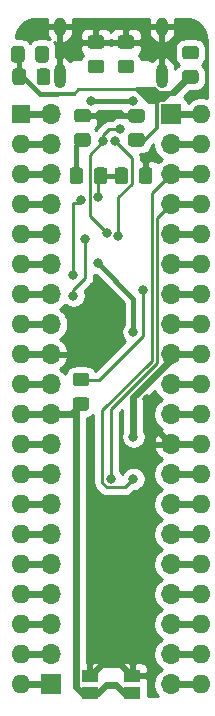
<source format=gbr>
%TF.GenerationSoftware,KiCad,Pcbnew,(5.1.9)-1*%
%TF.CreationDate,2021-04-12T21:57:58+01:00*%
%TF.ProjectId,Propeller_dev_board,50726f70-656c-46c6-9572-5f6465765f62,rev?*%
%TF.SameCoordinates,Original*%
%TF.FileFunction,Copper,L2,Bot*%
%TF.FilePolarity,Positive*%
%FSLAX46Y46*%
G04 Gerber Fmt 4.6, Leading zero omitted, Abs format (unit mm)*
G04 Created by KiCad (PCBNEW (5.1.9)-1) date 2021-04-12 21:57:58*
%MOMM*%
%LPD*%
G01*
G04 APERTURE LIST*
%TA.AperFunction,ComponentPad*%
%ADD10O,1.000000X2.100000*%
%TD*%
%TA.AperFunction,ComponentPad*%
%ADD11O,1.000000X1.600000*%
%TD*%
%TA.AperFunction,ComponentPad*%
%ADD12R,1.700000X1.700000*%
%TD*%
%TA.AperFunction,ComponentPad*%
%ADD13O,1.700000X1.700000*%
%TD*%
%TA.AperFunction,SMDPad,CuDef*%
%ADD14R,1.400000X1.050000*%
%TD*%
%TA.AperFunction,ComponentPad*%
%ADD15R,1.600000X1.600000*%
%TD*%
%TA.AperFunction,ComponentPad*%
%ADD16O,1.600000X1.600000*%
%TD*%
%TA.AperFunction,ViaPad*%
%ADD17C,0.800000*%
%TD*%
%TA.AperFunction,Conductor*%
%ADD18C,0.400000*%
%TD*%
%TA.AperFunction,Conductor*%
%ADD19C,0.600000*%
%TD*%
%TA.AperFunction,Conductor*%
%ADD20C,0.300000*%
%TD*%
%TA.AperFunction,Conductor*%
%ADD21C,0.250000*%
%TD*%
%TA.AperFunction,Conductor*%
%ADD22C,0.254000*%
%TD*%
%TA.AperFunction,Conductor*%
%ADD23C,0.100000*%
%TD*%
G04 APERTURE END LIST*
%TO.P,4.7uF,1*%
%TO.N,Net-(RST1-Pad1)*%
%TA.AperFunction,SMDPad,CuDef*%
G36*
G01*
X118929999Y-118415000D02*
X119830001Y-118415000D01*
G75*
G02*
X120080000Y-118664999I0J-249999D01*
G01*
X120080000Y-119315001D01*
G75*
G02*
X119830001Y-119565000I-249999J0D01*
G01*
X118929999Y-119565000D01*
G75*
G02*
X118680000Y-119315001I0J249999D01*
G01*
X118680000Y-118664999D01*
G75*
G02*
X118929999Y-118415000I249999J0D01*
G01*
G37*
%TD.AperFunction*%
%TO.P,4.7uF,2*%
%TO.N,uC_Reset*%
%TA.AperFunction,SMDPad,CuDef*%
G36*
G01*
X118929999Y-120465000D02*
X119830001Y-120465000D01*
G75*
G02*
X120080000Y-120714999I0J-249999D01*
G01*
X120080000Y-121365001D01*
G75*
G02*
X119830001Y-121615000I-249999J0D01*
G01*
X118929999Y-121615000D01*
G75*
G02*
X118680000Y-121365001I0J249999D01*
G01*
X118680000Y-120714999D01*
G75*
G02*
X118929999Y-120465000I249999J0D01*
G01*
G37*
%TD.AperFunction*%
%TD*%
D10*
%TO.P,P1,S1*%
%TO.N,GND*%
X126240000Y-93275000D03*
X117600000Y-93275000D03*
D11*
X126240000Y-89095000D03*
X117600000Y-89095000D03*
%TD*%
%TO.P,4.7uF,2*%
%TO.N,+3V3*%
%TA.AperFunction,SMDPad,CuDef*%
G36*
G01*
X123628999Y-98122000D02*
X124529001Y-98122000D01*
G75*
G02*
X124779000Y-98371999I0J-249999D01*
G01*
X124779000Y-99022001D01*
G75*
G02*
X124529001Y-99272000I-249999J0D01*
G01*
X123628999Y-99272000D01*
G75*
G02*
X123379000Y-99022001I0J249999D01*
G01*
X123379000Y-98371999D01*
G75*
G02*
X123628999Y-98122000I249999J0D01*
G01*
G37*
%TD.AperFunction*%
%TO.P,4.7uF,1*%
%TO.N,GND*%
%TA.AperFunction,SMDPad,CuDef*%
G36*
G01*
X123628999Y-96072000D02*
X124529001Y-96072000D01*
G75*
G02*
X124779000Y-96321999I0J-249999D01*
G01*
X124779000Y-96972001D01*
G75*
G02*
X124529001Y-97222000I-249999J0D01*
G01*
X123628999Y-97222000D01*
G75*
G02*
X123379000Y-96972001I0J249999D01*
G01*
X123379000Y-96321999D01*
G75*
G02*
X123628999Y-96072000I249999J0D01*
G01*
G37*
%TD.AperFunction*%
%TD*%
%TO.P,4.7uF,1*%
%TO.N,GND*%
%TA.AperFunction,SMDPad,CuDef*%
G36*
G01*
X119056999Y-96063000D02*
X119957001Y-96063000D01*
G75*
G02*
X120207000Y-96312999I0J-249999D01*
G01*
X120207000Y-96963001D01*
G75*
G02*
X119957001Y-97213000I-249999J0D01*
G01*
X119056999Y-97213000D01*
G75*
G02*
X118807000Y-96963001I0J249999D01*
G01*
X118807000Y-96312999D01*
G75*
G02*
X119056999Y-96063000I249999J0D01*
G01*
G37*
%TD.AperFunction*%
%TO.P,4.7uF,2*%
%TO.N,+5V*%
%TA.AperFunction,SMDPad,CuDef*%
G36*
G01*
X119056999Y-98113000D02*
X119957001Y-98113000D01*
G75*
G02*
X120207000Y-98362999I0J-249999D01*
G01*
X120207000Y-99013001D01*
G75*
G02*
X119957001Y-99263000I-249999J0D01*
G01*
X119056999Y-99263000D01*
G75*
G02*
X118807000Y-99013001I0J249999D01*
G01*
X118807000Y-98362999D01*
G75*
G02*
X119056999Y-98113000I249999J0D01*
G01*
G37*
%TD.AperFunction*%
%TD*%
%TO.P,5.1K,1*%
%TO.N,GND*%
%TA.AperFunction,SMDPad,CuDef*%
G36*
G01*
X120199999Y-89840000D02*
X121100001Y-89840000D01*
G75*
G02*
X121350000Y-90089999I0J-249999D01*
G01*
X121350000Y-90740001D01*
G75*
G02*
X121100001Y-90990000I-249999J0D01*
G01*
X120199999Y-90990000D01*
G75*
G02*
X119950000Y-90740001I0J249999D01*
G01*
X119950000Y-90089999D01*
G75*
G02*
X120199999Y-89840000I249999J0D01*
G01*
G37*
%TD.AperFunction*%
%TO.P,5.1K,2*%
%TO.N,Net-(P1-PadB5)*%
%TA.AperFunction,SMDPad,CuDef*%
G36*
G01*
X120199999Y-91890000D02*
X121100001Y-91890000D01*
G75*
G02*
X121350000Y-92139999I0J-249999D01*
G01*
X121350000Y-92790001D01*
G75*
G02*
X121100001Y-93040000I-249999J0D01*
G01*
X120199999Y-93040000D01*
G75*
G02*
X119950000Y-92790001I0J249999D01*
G01*
X119950000Y-92139999D01*
G75*
G02*
X120199999Y-91890000I249999J0D01*
G01*
G37*
%TD.AperFunction*%
%TD*%
%TO.P,5.1K,1*%
%TO.N,GND*%
%TA.AperFunction,SMDPad,CuDef*%
G36*
G01*
X122739999Y-89840000D02*
X123640001Y-89840000D01*
G75*
G02*
X123890000Y-90089999I0J-249999D01*
G01*
X123890000Y-90740001D01*
G75*
G02*
X123640001Y-90990000I-249999J0D01*
G01*
X122739999Y-90990000D01*
G75*
G02*
X122490000Y-90740001I0J249999D01*
G01*
X122490000Y-90089999D01*
G75*
G02*
X122739999Y-89840000I249999J0D01*
G01*
G37*
%TD.AperFunction*%
%TO.P,5.1K,2*%
%TO.N,Net-(P1-PadA5)*%
%TA.AperFunction,SMDPad,CuDef*%
G36*
G01*
X122739999Y-91890000D02*
X123640001Y-91890000D01*
G75*
G02*
X123890000Y-92139999I0J-249999D01*
G01*
X123890000Y-92790001D01*
G75*
G02*
X123640001Y-93040000I-249999J0D01*
G01*
X122739999Y-93040000D01*
G75*
G02*
X122490000Y-92790001I0J249999D01*
G01*
X122490000Y-92139999D01*
G75*
G02*
X122739999Y-91890000I249999J0D01*
G01*
G37*
%TD.AperFunction*%
%TD*%
%TO.P,470R,1*%
%TO.N,+3V3*%
%TA.AperFunction,SMDPad,CuDef*%
G36*
G01*
X129101450Y-93929000D02*
X128200550Y-93929000D01*
G75*
G02*
X127951000Y-93679450I0J249550D01*
G01*
X127951000Y-93028550D01*
G75*
G02*
X128200550Y-92779000I249550J0D01*
G01*
X129101450Y-92779000D01*
G75*
G02*
X129351000Y-93028550I0J-249550D01*
G01*
X129351000Y-93679450D01*
G75*
G02*
X129101450Y-93929000I-249550J0D01*
G01*
G37*
%TD.AperFunction*%
%TO.P,470R,2*%
%TO.N,Net-(D1-Pad2)*%
%TA.AperFunction,SMDPad,CuDef*%
G36*
G01*
X129101001Y-91879000D02*
X128200999Y-91879000D01*
G75*
G02*
X127951000Y-91629001I0J249999D01*
G01*
X127951000Y-90978999D01*
G75*
G02*
X128200999Y-90729000I249999J0D01*
G01*
X129101001Y-90729000D01*
G75*
G02*
X129351000Y-90978999I0J-249999D01*
G01*
X129351000Y-91629001D01*
G75*
G02*
X129101001Y-91879000I-249999J0D01*
G01*
G37*
%TD.AperFunction*%
%TD*%
%TO.P,VBUS1,2*%
%TO.N,Net-(U1-Pad8)*%
%TA.AperFunction,SMDPad,CuDef*%
G36*
G01*
X120465000Y-102177001D02*
X120465000Y-101276999D01*
G75*
G02*
X120714999Y-101027000I249999J0D01*
G01*
X121365001Y-101027000D01*
G75*
G02*
X121615000Y-101276999I0J-249999D01*
G01*
X121615000Y-102177001D01*
G75*
G02*
X121365001Y-102427000I-249999J0D01*
G01*
X120714999Y-102427000D01*
G75*
G02*
X120465000Y-102177001I0J249999D01*
G01*
G37*
%TD.AperFunction*%
%TO.P,VBUS1,1*%
%TO.N,+5V*%
%TA.AperFunction,SMDPad,CuDef*%
G36*
G01*
X118415000Y-102177001D02*
X118415000Y-101276999D01*
G75*
G02*
X118664999Y-101027000I249999J0D01*
G01*
X119315001Y-101027000D01*
G75*
G02*
X119565000Y-101276999I0J-249999D01*
G01*
X119565000Y-102177001D01*
G75*
G02*
X119315001Y-102427000I-249999J0D01*
G01*
X118664999Y-102427000D01*
G75*
G02*
X118415000Y-102177001I0J249999D01*
G01*
G37*
%TD.AperFunction*%
%TD*%
%TO.P,VBUS2,1*%
%TO.N,Net-(U1-Pad8)*%
%TA.AperFunction,SMDPad,CuDef*%
G36*
G01*
X122234000Y-102177001D02*
X122234000Y-101276999D01*
G75*
G02*
X122483999Y-101027000I249999J0D01*
G01*
X123134001Y-101027000D01*
G75*
G02*
X123384000Y-101276999I0J-249999D01*
G01*
X123384000Y-102177001D01*
G75*
G02*
X123134001Y-102427000I-249999J0D01*
G01*
X122483999Y-102427000D01*
G75*
G02*
X122234000Y-102177001I0J249999D01*
G01*
G37*
%TD.AperFunction*%
%TO.P,VBUS2,2*%
%TO.N,GND*%
%TA.AperFunction,SMDPad,CuDef*%
G36*
G01*
X124284000Y-102177001D02*
X124284000Y-101276999D01*
G75*
G02*
X124533999Y-101027000I249999J0D01*
G01*
X125184001Y-101027000D01*
G75*
G02*
X125434000Y-101276999I0J-249999D01*
G01*
X125434000Y-102177001D01*
G75*
G02*
X125184001Y-102427000I-249999J0D01*
G01*
X124533999Y-102427000D01*
G75*
G02*
X124284000Y-102177001I0J249999D01*
G01*
G37*
%TD.AperFunction*%
%TD*%
%TO.P,Rx_res1,2*%
%TO.N,Net-(R_LED1-Pad2)*%
%TA.AperFunction,SMDPad,CuDef*%
G36*
G01*
X115512000Y-91890001D02*
X115512000Y-90989999D01*
G75*
G02*
X115761999Y-90740000I249999J0D01*
G01*
X116412001Y-90740000D01*
G75*
G02*
X116662000Y-90989999I0J-249999D01*
G01*
X116662000Y-91890001D01*
G75*
G02*
X116412001Y-92140000I-249999J0D01*
G01*
X115761999Y-92140000D01*
G75*
G02*
X115512000Y-91890001I0J249999D01*
G01*
G37*
%TD.AperFunction*%
%TO.P,Rx_res1,1*%
%TO.N,+3V3*%
%TA.AperFunction,SMDPad,CuDef*%
G36*
G01*
X113462000Y-91890001D02*
X113462000Y-90989999D01*
G75*
G02*
X113711999Y-90740000I249999J0D01*
G01*
X114362001Y-90740000D01*
G75*
G02*
X114612000Y-90989999I0J-249999D01*
G01*
X114612000Y-91890001D01*
G75*
G02*
X114362001Y-92140000I-249999J0D01*
G01*
X113711999Y-92140000D01*
G75*
G02*
X113462000Y-91890001I0J249999D01*
G01*
G37*
%TD.AperFunction*%
%TD*%
%TO.P,Tx_res1,1*%
%TO.N,Net-(T_LED1-Pad2)*%
%TA.AperFunction,SMDPad,CuDef*%
G36*
G01*
X116780000Y-92894999D02*
X116780000Y-93795001D01*
G75*
G02*
X116530001Y-94045000I-249999J0D01*
G01*
X115879999Y-94045000D01*
G75*
G02*
X115630000Y-93795001I0J249999D01*
G01*
X115630000Y-92894999D01*
G75*
G02*
X115879999Y-92645000I249999J0D01*
G01*
X116530001Y-92645000D01*
G75*
G02*
X116780000Y-92894999I0J-249999D01*
G01*
G37*
%TD.AperFunction*%
%TO.P,Tx_res1,2*%
%TO.N,+3V3*%
%TA.AperFunction,SMDPad,CuDef*%
G36*
G01*
X114730000Y-92894999D02*
X114730000Y-93795001D01*
G75*
G02*
X114480001Y-94045000I-249999J0D01*
G01*
X113829999Y-94045000D01*
G75*
G02*
X113580000Y-93795001I0J249999D01*
G01*
X113580000Y-92894999D01*
G75*
G02*
X113829999Y-92645000I249999J0D01*
G01*
X114480001Y-92645000D01*
G75*
G02*
X114730000Y-92894999I0J-249999D01*
G01*
G37*
%TD.AperFunction*%
%TD*%
D12*
%TO.P,J1,1*%
%TO.N,P15*%
X116840000Y-144780000D03*
D13*
%TO.P,J1,2*%
%TO.N,P14*%
X116840000Y-142240000D03*
%TO.P,J1,3*%
%TO.N,P13*%
X116840000Y-139700000D03*
%TO.P,J1,4*%
%TO.N,P12*%
X116840000Y-137160000D03*
%TO.P,J1,5*%
%TO.N,P11*%
X116840000Y-134620000D03*
%TO.P,J1,6*%
%TO.N,P10*%
X116840000Y-132080000D03*
%TO.P,J1,7*%
%TO.N,P9*%
X116840000Y-129540000D03*
%TO.P,J1,8*%
%TO.N,P8*%
X116840000Y-127000000D03*
%TO.P,J1,9*%
%TO.N,+3V3*%
X116840000Y-124460000D03*
%TO.P,J1,10*%
%TO.N,uC_Reset*%
X116840000Y-121920000D03*
%TO.P,J1,11*%
%TO.N,BOE*%
X116840000Y-119380000D03*
%TO.P,J1,12*%
%TO.N,GND*%
X116840000Y-116840000D03*
%TO.P,J1,13*%
%TO.N,P7*%
X116840000Y-114300000D03*
%TO.P,J1,14*%
%TO.N,P6*%
X116840000Y-111760000D03*
%TO.P,J1,15*%
%TO.N,P5*%
X116840000Y-109220000D03*
%TO.P,J1,16*%
%TO.N,P4*%
X116840000Y-106680000D03*
%TO.P,J1,17*%
%TO.N,P3*%
X116840000Y-104140000D03*
%TO.P,J1,18*%
%TO.N,P2*%
X116840000Y-101600000D03*
%TO.P,J1,19*%
%TO.N,P1*%
X116840000Y-99060000D03*
%TO.P,J1,20*%
%TO.N,P0*%
X116840000Y-96520000D03*
%TD*%
%TO.P,J2,20*%
%TO.N,P16*%
X127000000Y-144780000D03*
%TO.P,J2,19*%
%TO.N,P17*%
X127000000Y-142240000D03*
%TO.P,J2,18*%
%TO.N,P18*%
X127000000Y-139700000D03*
%TO.P,J2,17*%
%TO.N,P19*%
X127000000Y-137160000D03*
%TO.P,J2,16*%
%TO.N,P20*%
X127000000Y-134620000D03*
%TO.P,J2,15*%
%TO.N,P21*%
X127000000Y-132080000D03*
%TO.P,J2,14*%
%TO.N,P22*%
X127000000Y-129540000D03*
%TO.P,J2,13*%
%TO.N,P23*%
X127000000Y-127000000D03*
%TO.P,J2,12*%
%TO.N,GND*%
X127000000Y-124460000D03*
%TO.P,J2,11*%
%TO.N,XI*%
X127000000Y-121920000D03*
%TO.P,J2,10*%
%TO.N,XO*%
X127000000Y-119380000D03*
%TO.P,J2,9*%
%TO.N,+3V3*%
X127000000Y-116840000D03*
%TO.P,J2,8*%
%TO.N,P24*%
X127000000Y-114300000D03*
%TO.P,J2,7*%
%TO.N,P25*%
X127000000Y-111760000D03*
%TO.P,J2,6*%
%TO.N,P26*%
X127000000Y-109220000D03*
%TO.P,J2,5*%
%TO.N,P27*%
X127000000Y-106680000D03*
%TO.P,J2,4*%
%TO.N,SCL*%
X127000000Y-104140000D03*
%TO.P,J2,3*%
%TO.N,SDA*%
X127000000Y-101600000D03*
%TO.P,J2,2*%
%TO.N,uC_Tx*%
X127000000Y-99060000D03*
D12*
%TO.P,J2,1*%
%TO.N,uC_Rx*%
X127000000Y-96520000D03*
%TD*%
D14*
%TO.P,SW1,1*%
%TO.N,GND*%
X120120000Y-144060000D03*
X123720000Y-144060000D03*
%TO.P,SW1,2*%
%TO.N,uC_Reset*%
X120120000Y-145500000D03*
X123720000Y-145500000D03*
%TD*%
D15*
%TO.P,U3,1*%
%TO.N,P0*%
X114300000Y-96520000D03*
D16*
%TO.P,U3,21*%
%TO.N,P16*%
X129540000Y-144780000D03*
%TO.P,U3,2*%
%TO.N,P1*%
X114300000Y-99060000D03*
%TO.P,U3,22*%
%TO.N,P17*%
X129540000Y-142240000D03*
%TO.P,U3,3*%
%TO.N,P2*%
X114300000Y-101600000D03*
%TO.P,U3,23*%
%TO.N,P18*%
X129540000Y-139700000D03*
%TO.P,U3,4*%
%TO.N,P3*%
X114300000Y-104140000D03*
%TO.P,U3,24*%
%TO.N,P19*%
X129540000Y-137160000D03*
%TO.P,U3,5*%
%TO.N,P4*%
X114300000Y-106680000D03*
%TO.P,U3,25*%
%TO.N,P20*%
X129540000Y-134620000D03*
%TO.P,U3,6*%
%TO.N,P5*%
X114300000Y-109220000D03*
%TO.P,U3,26*%
%TO.N,P21*%
X129540000Y-132080000D03*
%TO.P,U3,7*%
%TO.N,P6*%
X114300000Y-111760000D03*
%TO.P,U3,27*%
%TO.N,P22*%
X129540000Y-129540000D03*
%TO.P,U3,8*%
%TO.N,P7*%
X114300000Y-114300000D03*
%TO.P,U3,28*%
%TO.N,P23*%
X129540000Y-127000000D03*
%TO.P,U3,9*%
%TO.N,GND*%
X114300000Y-116840000D03*
%TO.P,U3,29*%
X129540000Y-124460000D03*
%TO.P,U3,10*%
%TO.N,BOE*%
X114300000Y-119380000D03*
%TO.P,U3,30*%
%TO.N,XI*%
X129540000Y-121920000D03*
%TO.P,U3,11*%
%TO.N,uC_Reset*%
X114300000Y-121920000D03*
%TO.P,U3,31*%
%TO.N,XO*%
X129540000Y-119380000D03*
%TO.P,U3,12*%
%TO.N,+3V3*%
X114300000Y-124460000D03*
%TO.P,U3,32*%
X129540000Y-116840000D03*
%TO.P,U3,13*%
%TO.N,P8*%
X114300000Y-127000000D03*
%TO.P,U3,33*%
%TO.N,P24*%
X129540000Y-114300000D03*
%TO.P,U3,14*%
%TO.N,P9*%
X114300000Y-129540000D03*
%TO.P,U3,34*%
%TO.N,P25*%
X129540000Y-111760000D03*
%TO.P,U3,15*%
%TO.N,P10*%
X114300000Y-132080000D03*
%TO.P,U3,35*%
%TO.N,P26*%
X129540000Y-109220000D03*
%TO.P,U3,16*%
%TO.N,P11*%
X114300000Y-134620000D03*
%TO.P,U3,36*%
%TO.N,P27*%
X129540000Y-106680000D03*
%TO.P,U3,17*%
%TO.N,P12*%
X114300000Y-137160000D03*
%TO.P,U3,37*%
%TO.N,SCL*%
X129540000Y-104140000D03*
%TO.P,U3,18*%
%TO.N,P13*%
X114300000Y-139700000D03*
%TO.P,U3,38*%
%TO.N,SDA*%
X129540000Y-101600000D03*
%TO.P,U3,19*%
%TO.N,P14*%
X114300000Y-142240000D03*
%TO.P,U3,39*%
%TO.N,uC_Tx*%
X129540000Y-99060000D03*
%TO.P,U3,20*%
%TO.N,P15*%
X114300000Y-144780000D03*
%TO.P,U3,40*%
%TO.N,uC_Rx*%
X129540000Y-96520000D03*
%TD*%
D17*
%TO.N,+5V*%
X119507000Y-98688000D03*
X123825000Y-95377000D03*
X120269000Y-95377000D03*
%TO.N,GND*%
X124968000Y-120650000D03*
X120015000Y-115809000D03*
X121285000Y-137795000D03*
X123190000Y-90415000D03*
X120650000Y-90415000D03*
X121031000Y-112141000D03*
X119507000Y-96638000D03*
X124079000Y-96647000D03*
X124859000Y-101727000D03*
%TO.N,+3V3*%
X123825000Y-123825000D03*
X124079000Y-98697000D03*
X123825000Y-114935000D03*
X120811010Y-109127010D03*
%TO.N,SCL*%
X121920000Y-127390000D03*
%TO.N,Net-(RST1-Pad1)*%
X124629142Y-111421142D03*
%TO.N,Net-(RSTb_PU1-Pad2)*%
X118745000Y-111887000D03*
X119761000Y-107070000D03*
%TO.N,Net-(U1-Pad8)*%
X118745000Y-110109000D03*
X119414990Y-103759000D03*
X120864990Y-103505000D03*
%TO.N,SDA*%
X123825000Y-127390000D03*
%TO.N,Net-(D1-Pad2)*%
X128651000Y-91313000D03*
%TO.N,Net-(P1-PadB5)*%
X120650000Y-92465000D03*
%TO.N,D-*%
X121285000Y-98818999D03*
X121561010Y-106553000D03*
X122682000Y-97790000D03*
%TO.N,D+*%
X122285003Y-98818999D03*
X122537169Y-106789169D03*
%TO.N,Net-(P1-PadA5)*%
X123190000Y-92465000D03*
%TO.N,Net-(R_LED1-Pad2)*%
X116205000Y-91313000D03*
%TO.N,Net-(T_LED1-Pad2)*%
X116205000Y-93345000D03*
%TD*%
D18*
%TO.N,+5V*%
X118990000Y-99205000D02*
X119507000Y-98688000D01*
X118990000Y-101727000D02*
X118990000Y-99205000D01*
X120269000Y-95377000D02*
X123825000Y-95377000D01*
D19*
%TO.N,GND*%
X127000000Y-124460000D02*
X129540000Y-124460000D01*
X116840000Y-116840000D02*
X114300000Y-116840000D01*
X124968000Y-122428000D02*
X127000000Y-124460000D01*
X124968000Y-120650000D02*
X124968000Y-122428000D01*
X122689999Y-143029999D02*
X123720000Y-144060000D01*
X121150001Y-143029999D02*
X122689999Y-143029999D01*
X120120000Y-144060000D02*
X121150001Y-143029999D01*
D20*
X120120000Y-144060000D02*
X120120000Y-138960000D01*
X120120000Y-138960000D02*
X121285000Y-137795000D01*
D18*
X120650000Y-90415000D02*
X123190000Y-90415000D01*
D21*
X120015000Y-113157000D02*
X121031000Y-112141000D01*
X120015000Y-115809000D02*
X120015000Y-113157000D01*
D19*
%TO.N,+3V3*%
X127000000Y-116840000D02*
X129540000Y-116840000D01*
X116840000Y-124460000D02*
X114300000Y-124460000D01*
X127000000Y-117285998D02*
X127000000Y-116840000D01*
X123825000Y-120460998D02*
X127000000Y-117285998D01*
X123825000Y-123825000D02*
X123825000Y-120460998D01*
D21*
X125646259Y-94397999D02*
X125898270Y-94650010D01*
X118781999Y-94774999D02*
X119158999Y-94397999D01*
X127100990Y-94650010D02*
X128397000Y-93354000D01*
X125898270Y-94650010D02*
X127100990Y-94650010D01*
D20*
X118781999Y-94774999D02*
X117347904Y-94774999D01*
D18*
X114510744Y-93345000D02*
X114155000Y-93345000D01*
X115940743Y-94774999D02*
X114510744Y-93345000D01*
X117347904Y-94774999D02*
X115940743Y-94774999D01*
X114155000Y-91558000D02*
X114037000Y-91440000D01*
X114155000Y-93345000D02*
X114155000Y-91558000D01*
D20*
X126431001Y-95319999D02*
X128397000Y-93354000D01*
X125799999Y-95389999D02*
X125869999Y-95319999D01*
X125869999Y-95319999D02*
X126431001Y-95319999D01*
X125799999Y-97676001D02*
X125799999Y-95389999D01*
X124779000Y-98697000D02*
X125799999Y-97676001D01*
X124079000Y-98697000D02*
X124779000Y-98697000D01*
D18*
X123825000Y-112141000D02*
X123825000Y-114935000D01*
X120811010Y-109127010D02*
X123825000Y-112141000D01*
X125799999Y-95389999D02*
X125107999Y-95389999D01*
X125107999Y-95389999D02*
X124115999Y-94397999D01*
D21*
X124115999Y-94397999D02*
X125646259Y-94397999D01*
X119158999Y-94397999D02*
X124115999Y-94397999D01*
D18*
X124115999Y-94397999D02*
X125540193Y-94397999D01*
X125540193Y-94397999D02*
X126138194Y-94996000D01*
X126111000Y-94742000D02*
X126365000Y-94996000D01*
X125095000Y-94996000D02*
X124841000Y-94742000D01*
X126138194Y-94996000D02*
X125095000Y-94996000D01*
X124841000Y-94742000D02*
X126111000Y-94742000D01*
X126635990Y-94725010D02*
X127279990Y-94725010D01*
X126365000Y-94996000D02*
X126635990Y-94725010D01*
X127279990Y-94725010D02*
X128651000Y-93354000D01*
X125095000Y-94996000D02*
X124714000Y-94615000D01*
D19*
%TO.N,uC_Reset*%
X114300000Y-121920000D02*
X116840000Y-121920000D01*
X118500000Y-121920000D02*
X119380000Y-121040000D01*
X116840000Y-121920000D02*
X118500000Y-121920000D01*
X123034998Y-145500000D02*
X123720000Y-145500000D01*
X122364997Y-144829999D02*
X123034998Y-145500000D01*
X120841998Y-145500000D02*
X121511999Y-144829999D01*
X121511999Y-144829999D02*
X122364997Y-144829999D01*
X120120000Y-145500000D02*
X120841998Y-145500000D01*
X118919999Y-121500001D02*
X119380000Y-121040000D01*
X118919999Y-144985001D02*
X118919999Y-121500001D01*
X119434998Y-145500000D02*
X118919999Y-144985001D01*
X120120000Y-145500000D02*
X119434998Y-145500000D01*
%TO.N,P0*%
X116840000Y-96520000D02*
X114300000Y-96520000D01*
%TO.N,P1*%
X114300000Y-99060000D02*
X116840000Y-99060000D01*
%TO.N,P2*%
X116840000Y-101600000D02*
X114300000Y-101600000D01*
%TO.N,P3*%
X114300000Y-104140000D02*
X116840000Y-104140000D01*
%TO.N,P4*%
X116840000Y-106680000D02*
X114300000Y-106680000D01*
%TO.N,P5*%
X114300000Y-109220000D02*
X116840000Y-109220000D01*
%TO.N,P6*%
X116840000Y-111760000D02*
X114300000Y-111760000D01*
%TO.N,P7*%
X114300000Y-114300000D02*
X116840000Y-114300000D01*
%TO.N,P8*%
X114300000Y-127000000D02*
X116840000Y-127000000D01*
%TO.N,P9*%
X116840000Y-129540000D02*
X114300000Y-129540000D01*
%TO.N,P10*%
X114300000Y-132080000D02*
X116840000Y-132080000D01*
%TO.N,P11*%
X116840000Y-134620000D02*
X114300000Y-134620000D01*
%TO.N,P12*%
X116840000Y-137160000D02*
X114300000Y-137160000D01*
%TO.N,P13*%
X116840000Y-139700000D02*
X114300000Y-139700000D01*
%TO.N,P14*%
X116840000Y-142240000D02*
X114300000Y-142240000D01*
%TO.N,P15*%
X116840000Y-144780000D02*
X114300000Y-144780000D01*
%TO.N,P16*%
X127000000Y-144780000D02*
X129540000Y-144780000D01*
%TO.N,P17*%
X127000000Y-142240000D02*
X129540000Y-142240000D01*
%TO.N,P18*%
X127000000Y-139700000D02*
X129540000Y-139700000D01*
%TO.N,P19*%
X127000000Y-137160000D02*
X129540000Y-137160000D01*
%TO.N,P20*%
X127000000Y-134620000D02*
X129540000Y-134620000D01*
%TO.N,P21*%
X127000000Y-132080000D02*
X129540000Y-132080000D01*
%TO.N,P22*%
X127000000Y-129540000D02*
X129540000Y-129540000D01*
%TO.N,P23*%
X127000000Y-127000000D02*
X129540000Y-127000000D01*
%TO.N,P24*%
X127000000Y-114300000D02*
X129540000Y-114300000D01*
%TO.N,P25*%
X127000000Y-111760000D02*
X129540000Y-111760000D01*
%TO.N,P26*%
X127000000Y-109220000D02*
X129540000Y-109220000D01*
%TO.N,P27*%
X127000000Y-106680000D02*
X129540000Y-106680000D01*
%TO.N,SCL*%
X127000000Y-104140000D02*
X129540000Y-104140000D01*
D21*
X125824999Y-105315001D02*
X125824999Y-117569999D01*
X127000000Y-104140000D02*
X125824999Y-105315001D01*
X125824999Y-117569999D02*
X121920000Y-121474998D01*
X121920000Y-121474998D02*
X121920000Y-127390000D01*
D19*
%TO.N,uC_Tx*%
X127000000Y-99060000D02*
X129540000Y-99060000D01*
%TO.N,uC_Rx*%
X127000000Y-96520000D02*
X129540000Y-96520000D01*
D21*
%TO.N,Net-(RST1-Pad1)*%
X120913000Y-118990000D02*
X119380000Y-118990000D01*
X124629142Y-111421142D02*
X124629142Y-115273858D01*
X124629142Y-115273858D02*
X120913000Y-118990000D01*
%TO.N,Net-(RSTb_PU1-Pad2)*%
X118745000Y-111887000D02*
X118745000Y-111379000D01*
X118745000Y-111379000D02*
X119761000Y-110363000D01*
X119761000Y-110363000D02*
X119761000Y-107070000D01*
D18*
%TO.N,Net-(U1-Pad8)*%
X122809000Y-101727000D02*
X121040000Y-101727000D01*
D21*
X118745000Y-110109000D02*
X118745000Y-104022000D01*
X118745000Y-104022000D02*
X119151990Y-104022000D01*
X119151990Y-104022000D02*
X119414990Y-103759000D01*
X120864990Y-101902010D02*
X121040000Y-101727000D01*
X120864990Y-103505000D02*
X120864990Y-101902010D01*
D19*
%TO.N,SDA*%
X127000000Y-101600000D02*
X129540000Y-101600000D01*
D21*
X125374989Y-103225011D02*
X127000000Y-101600000D01*
X123099999Y-128115001D02*
X121571999Y-128115001D01*
X125374989Y-117383599D02*
X125374989Y-103225011D01*
X123825000Y-127390000D02*
X123099999Y-128115001D01*
X121194999Y-127738001D02*
X121194999Y-121563589D01*
X121571999Y-128115001D02*
X121194999Y-127738001D01*
X121194999Y-121563589D02*
X125374989Y-117383599D01*
D19*
%TO.N,XI*%
X127000000Y-121920000D02*
X129540000Y-121920000D01*
%TO.N,XO*%
X127000000Y-119380000D02*
X129540000Y-119380000D01*
%TO.N,BOE*%
X114300000Y-119380000D02*
X116840000Y-119380000D01*
D21*
%TO.N,D-*%
X121285000Y-98818999D02*
X120139990Y-99964009D01*
X120139990Y-105131980D02*
X121561010Y-106553000D01*
X120139990Y-99964009D02*
X120139990Y-105131980D01*
X121748314Y-97790000D02*
X122682000Y-97790000D01*
X121285000Y-98253314D02*
X121748314Y-97790000D01*
X121285000Y-98818999D02*
X121285000Y-98253314D01*
%TO.N,D+*%
X123709010Y-100243006D02*
X122285003Y-98818999D01*
X123709010Y-102415180D02*
X123709010Y-100243006D01*
X122555000Y-103569190D02*
X123709010Y-102415180D01*
X122537169Y-106456157D02*
X122537169Y-106789169D01*
X122555000Y-106771338D02*
X122537169Y-106789169D01*
X122555000Y-103569190D02*
X122555000Y-106771338D01*
%TD*%
D22*
%TO.N,GND*%
X125684010Y-120083411D02*
X125846525Y-120326632D01*
X126053368Y-120533475D01*
X126227760Y-120650000D01*
X126053368Y-120766525D01*
X125846525Y-120973368D01*
X125684010Y-121216589D01*
X125572068Y-121486842D01*
X125515000Y-121773740D01*
X125515000Y-122066260D01*
X125572068Y-122353158D01*
X125684010Y-122623411D01*
X125846525Y-122866632D01*
X126053368Y-123073475D01*
X126235534Y-123195195D01*
X126118645Y-123264822D01*
X125902412Y-123459731D01*
X125728359Y-123693080D01*
X125603175Y-123955901D01*
X125558524Y-124103110D01*
X125679845Y-124333000D01*
X126873000Y-124333000D01*
X126873000Y-124313000D01*
X127127000Y-124313000D01*
X127127000Y-124333000D01*
X129413000Y-124333000D01*
X129413000Y-124313000D01*
X129667000Y-124313000D01*
X129667000Y-124333000D01*
X129687000Y-124333000D01*
X129687000Y-124587000D01*
X129667000Y-124587000D01*
X129667000Y-124607000D01*
X129413000Y-124607000D01*
X129413000Y-124587000D01*
X127127000Y-124587000D01*
X127127000Y-124607000D01*
X126873000Y-124607000D01*
X126873000Y-124587000D01*
X125679845Y-124587000D01*
X125558524Y-124816890D01*
X125603175Y-124964099D01*
X125728359Y-125226920D01*
X125902412Y-125460269D01*
X126118645Y-125655178D01*
X126235534Y-125724805D01*
X126053368Y-125846525D01*
X125846525Y-126053368D01*
X125684010Y-126296589D01*
X125572068Y-126566842D01*
X125515000Y-126853740D01*
X125515000Y-127146260D01*
X125572068Y-127433158D01*
X125684010Y-127703411D01*
X125846525Y-127946632D01*
X126053368Y-128153475D01*
X126227760Y-128270000D01*
X126053368Y-128386525D01*
X125846525Y-128593368D01*
X125684010Y-128836589D01*
X125572068Y-129106842D01*
X125515000Y-129393740D01*
X125515000Y-129686260D01*
X125572068Y-129973158D01*
X125684010Y-130243411D01*
X125846525Y-130486632D01*
X126053368Y-130693475D01*
X126227760Y-130810000D01*
X126053368Y-130926525D01*
X125846525Y-131133368D01*
X125684010Y-131376589D01*
X125572068Y-131646842D01*
X125515000Y-131933740D01*
X125515000Y-132226260D01*
X125572068Y-132513158D01*
X125684010Y-132783411D01*
X125846525Y-133026632D01*
X126053368Y-133233475D01*
X126227760Y-133350000D01*
X126053368Y-133466525D01*
X125846525Y-133673368D01*
X125684010Y-133916589D01*
X125572068Y-134186842D01*
X125515000Y-134473740D01*
X125515000Y-134766260D01*
X125572068Y-135053158D01*
X125684010Y-135323411D01*
X125846525Y-135566632D01*
X126053368Y-135773475D01*
X126227760Y-135890000D01*
X126053368Y-136006525D01*
X125846525Y-136213368D01*
X125684010Y-136456589D01*
X125572068Y-136726842D01*
X125515000Y-137013740D01*
X125515000Y-137306260D01*
X125572068Y-137593158D01*
X125684010Y-137863411D01*
X125846525Y-138106632D01*
X126053368Y-138313475D01*
X126227760Y-138430000D01*
X126053368Y-138546525D01*
X125846525Y-138753368D01*
X125684010Y-138996589D01*
X125572068Y-139266842D01*
X125515000Y-139553740D01*
X125515000Y-139846260D01*
X125572068Y-140133158D01*
X125684010Y-140403411D01*
X125846525Y-140646632D01*
X126053368Y-140853475D01*
X126227760Y-140970000D01*
X126053368Y-141086525D01*
X125846525Y-141293368D01*
X125684010Y-141536589D01*
X125572068Y-141806842D01*
X125515000Y-142093740D01*
X125515000Y-142386260D01*
X125572068Y-142673158D01*
X125684010Y-142943411D01*
X125846525Y-143186632D01*
X126053368Y-143393475D01*
X126227760Y-143510000D01*
X126053368Y-143626525D01*
X125846525Y-143833368D01*
X125684010Y-144076589D01*
X125572068Y-144346842D01*
X125515000Y-144633740D01*
X125515000Y-144926260D01*
X125572068Y-145213158D01*
X125684010Y-145483411D01*
X125846525Y-145726632D01*
X125890893Y-145771000D01*
X125058072Y-145771000D01*
X125058072Y-144975000D01*
X125045812Y-144850518D01*
X125024421Y-144780000D01*
X125045812Y-144709482D01*
X125058072Y-144585000D01*
X125055000Y-144345750D01*
X124896250Y-144187000D01*
X123847000Y-144187000D01*
X123847000Y-144207000D01*
X123593000Y-144207000D01*
X123593000Y-144187000D01*
X123573000Y-144187000D01*
X123573000Y-143933000D01*
X123593000Y-143933000D01*
X123593000Y-143058750D01*
X123847000Y-143058750D01*
X123847000Y-143933000D01*
X124896250Y-143933000D01*
X125055000Y-143774250D01*
X125058072Y-143535000D01*
X125045812Y-143410518D01*
X125009502Y-143290820D01*
X124950537Y-143180506D01*
X124871185Y-143083815D01*
X124774494Y-143004463D01*
X124664180Y-142945498D01*
X124544482Y-142909188D01*
X124420000Y-142896928D01*
X124005750Y-142900000D01*
X123847000Y-143058750D01*
X123593000Y-143058750D01*
X123434250Y-142900000D01*
X123020000Y-142896928D01*
X122895518Y-142909188D01*
X122775820Y-142945498D01*
X122665506Y-143004463D01*
X122568815Y-143083815D01*
X122544932Y-143112917D01*
X122386572Y-143007104D01*
X122207314Y-142932853D01*
X122017014Y-142895000D01*
X121822986Y-142895000D01*
X121632686Y-142932853D01*
X121453428Y-143007104D01*
X121295068Y-143112917D01*
X121271185Y-143083815D01*
X121174494Y-143004463D01*
X121064180Y-142945498D01*
X120944482Y-142909188D01*
X120820000Y-142896928D01*
X120405750Y-142900000D01*
X120247000Y-143058750D01*
X120247000Y-143933000D01*
X120267000Y-143933000D01*
X120267000Y-144187000D01*
X120247000Y-144187000D01*
X120247000Y-144207000D01*
X119993000Y-144207000D01*
X119993000Y-144187000D01*
X119973000Y-144187000D01*
X119973000Y-143933000D01*
X119993000Y-143933000D01*
X119993000Y-143058750D01*
X119854999Y-142920749D01*
X119854999Y-122250610D01*
X120003255Y-122236008D01*
X120169851Y-122185472D01*
X120323387Y-122103405D01*
X120435000Y-122011807D01*
X120434999Y-127700678D01*
X120431323Y-127738001D01*
X120434999Y-127775323D01*
X120434999Y-127775333D01*
X120445996Y-127886986D01*
X120489453Y-128030247D01*
X120560025Y-128162277D01*
X120586008Y-128193937D01*
X120654998Y-128278002D01*
X120684002Y-128301805D01*
X121008195Y-128625998D01*
X121031998Y-128655002D01*
X121147723Y-128749975D01*
X121279752Y-128820547D01*
X121423013Y-128864004D01*
X121571999Y-128878678D01*
X121609332Y-128875001D01*
X123062677Y-128875001D01*
X123099999Y-128878677D01*
X123137321Y-128875001D01*
X123137332Y-128875001D01*
X123248985Y-128864004D01*
X123392246Y-128820547D01*
X123524275Y-128749975D01*
X123640000Y-128655002D01*
X123663802Y-128625999D01*
X123864801Y-128425000D01*
X123926939Y-128425000D01*
X124126898Y-128385226D01*
X124315256Y-128307205D01*
X124484774Y-128193937D01*
X124628937Y-128049774D01*
X124742205Y-127880256D01*
X124820226Y-127691898D01*
X124860000Y-127491939D01*
X124860000Y-127288061D01*
X124820226Y-127088102D01*
X124742205Y-126899744D01*
X124628937Y-126730226D01*
X124484774Y-126586063D01*
X124315256Y-126472795D01*
X124126898Y-126394774D01*
X123926939Y-126355000D01*
X123723061Y-126355000D01*
X123523102Y-126394774D01*
X123334744Y-126472795D01*
X123165226Y-126586063D01*
X123021063Y-126730226D01*
X122907795Y-126899744D01*
X122872500Y-126984953D01*
X122837205Y-126899744D01*
X122723937Y-126730226D01*
X122680000Y-126686289D01*
X122680000Y-121789799D01*
X122890001Y-121579798D01*
X122890000Y-123377704D01*
X122829774Y-123523102D01*
X122790000Y-123723061D01*
X122790000Y-123926939D01*
X122829774Y-124126898D01*
X122907795Y-124315256D01*
X123021063Y-124484774D01*
X123165226Y-124628937D01*
X123334744Y-124742205D01*
X123523102Y-124820226D01*
X123723061Y-124860000D01*
X123926939Y-124860000D01*
X124126898Y-124820226D01*
X124315256Y-124742205D01*
X124484774Y-124628937D01*
X124628937Y-124484774D01*
X124742205Y-124315256D01*
X124820226Y-124126898D01*
X124860000Y-123926939D01*
X124860000Y-123723061D01*
X124820226Y-123523102D01*
X124760000Y-123377705D01*
X124760000Y-120848287D01*
X125637401Y-119970886D01*
X125684010Y-120083411D01*
%TA.AperFunction,Conductor*%
D23*
G36*
X125684010Y-120083411D02*
G01*
X125846525Y-120326632D01*
X126053368Y-120533475D01*
X126227760Y-120650000D01*
X126053368Y-120766525D01*
X125846525Y-120973368D01*
X125684010Y-121216589D01*
X125572068Y-121486842D01*
X125515000Y-121773740D01*
X125515000Y-122066260D01*
X125572068Y-122353158D01*
X125684010Y-122623411D01*
X125846525Y-122866632D01*
X126053368Y-123073475D01*
X126235534Y-123195195D01*
X126118645Y-123264822D01*
X125902412Y-123459731D01*
X125728359Y-123693080D01*
X125603175Y-123955901D01*
X125558524Y-124103110D01*
X125679845Y-124333000D01*
X126873000Y-124333000D01*
X126873000Y-124313000D01*
X127127000Y-124313000D01*
X127127000Y-124333000D01*
X129413000Y-124333000D01*
X129413000Y-124313000D01*
X129667000Y-124313000D01*
X129667000Y-124333000D01*
X129687000Y-124333000D01*
X129687000Y-124587000D01*
X129667000Y-124587000D01*
X129667000Y-124607000D01*
X129413000Y-124607000D01*
X129413000Y-124587000D01*
X127127000Y-124587000D01*
X127127000Y-124607000D01*
X126873000Y-124607000D01*
X126873000Y-124587000D01*
X125679845Y-124587000D01*
X125558524Y-124816890D01*
X125603175Y-124964099D01*
X125728359Y-125226920D01*
X125902412Y-125460269D01*
X126118645Y-125655178D01*
X126235534Y-125724805D01*
X126053368Y-125846525D01*
X125846525Y-126053368D01*
X125684010Y-126296589D01*
X125572068Y-126566842D01*
X125515000Y-126853740D01*
X125515000Y-127146260D01*
X125572068Y-127433158D01*
X125684010Y-127703411D01*
X125846525Y-127946632D01*
X126053368Y-128153475D01*
X126227760Y-128270000D01*
X126053368Y-128386525D01*
X125846525Y-128593368D01*
X125684010Y-128836589D01*
X125572068Y-129106842D01*
X125515000Y-129393740D01*
X125515000Y-129686260D01*
X125572068Y-129973158D01*
X125684010Y-130243411D01*
X125846525Y-130486632D01*
X126053368Y-130693475D01*
X126227760Y-130810000D01*
X126053368Y-130926525D01*
X125846525Y-131133368D01*
X125684010Y-131376589D01*
X125572068Y-131646842D01*
X125515000Y-131933740D01*
X125515000Y-132226260D01*
X125572068Y-132513158D01*
X125684010Y-132783411D01*
X125846525Y-133026632D01*
X126053368Y-133233475D01*
X126227760Y-133350000D01*
X126053368Y-133466525D01*
X125846525Y-133673368D01*
X125684010Y-133916589D01*
X125572068Y-134186842D01*
X125515000Y-134473740D01*
X125515000Y-134766260D01*
X125572068Y-135053158D01*
X125684010Y-135323411D01*
X125846525Y-135566632D01*
X126053368Y-135773475D01*
X126227760Y-135890000D01*
X126053368Y-136006525D01*
X125846525Y-136213368D01*
X125684010Y-136456589D01*
X125572068Y-136726842D01*
X125515000Y-137013740D01*
X125515000Y-137306260D01*
X125572068Y-137593158D01*
X125684010Y-137863411D01*
X125846525Y-138106632D01*
X126053368Y-138313475D01*
X126227760Y-138430000D01*
X126053368Y-138546525D01*
X125846525Y-138753368D01*
X125684010Y-138996589D01*
X125572068Y-139266842D01*
X125515000Y-139553740D01*
X125515000Y-139846260D01*
X125572068Y-140133158D01*
X125684010Y-140403411D01*
X125846525Y-140646632D01*
X126053368Y-140853475D01*
X126227760Y-140970000D01*
X126053368Y-141086525D01*
X125846525Y-141293368D01*
X125684010Y-141536589D01*
X125572068Y-141806842D01*
X125515000Y-142093740D01*
X125515000Y-142386260D01*
X125572068Y-142673158D01*
X125684010Y-142943411D01*
X125846525Y-143186632D01*
X126053368Y-143393475D01*
X126227760Y-143510000D01*
X126053368Y-143626525D01*
X125846525Y-143833368D01*
X125684010Y-144076589D01*
X125572068Y-144346842D01*
X125515000Y-144633740D01*
X125515000Y-144926260D01*
X125572068Y-145213158D01*
X125684010Y-145483411D01*
X125846525Y-145726632D01*
X125890893Y-145771000D01*
X125058072Y-145771000D01*
X125058072Y-144975000D01*
X125045812Y-144850518D01*
X125024421Y-144780000D01*
X125045812Y-144709482D01*
X125058072Y-144585000D01*
X125055000Y-144345750D01*
X124896250Y-144187000D01*
X123847000Y-144187000D01*
X123847000Y-144207000D01*
X123593000Y-144207000D01*
X123593000Y-144187000D01*
X123573000Y-144187000D01*
X123573000Y-143933000D01*
X123593000Y-143933000D01*
X123593000Y-143058750D01*
X123847000Y-143058750D01*
X123847000Y-143933000D01*
X124896250Y-143933000D01*
X125055000Y-143774250D01*
X125058072Y-143535000D01*
X125045812Y-143410518D01*
X125009502Y-143290820D01*
X124950537Y-143180506D01*
X124871185Y-143083815D01*
X124774494Y-143004463D01*
X124664180Y-142945498D01*
X124544482Y-142909188D01*
X124420000Y-142896928D01*
X124005750Y-142900000D01*
X123847000Y-143058750D01*
X123593000Y-143058750D01*
X123434250Y-142900000D01*
X123020000Y-142896928D01*
X122895518Y-142909188D01*
X122775820Y-142945498D01*
X122665506Y-143004463D01*
X122568815Y-143083815D01*
X122544932Y-143112917D01*
X122386572Y-143007104D01*
X122207314Y-142932853D01*
X122017014Y-142895000D01*
X121822986Y-142895000D01*
X121632686Y-142932853D01*
X121453428Y-143007104D01*
X121295068Y-143112917D01*
X121271185Y-143083815D01*
X121174494Y-143004463D01*
X121064180Y-142945498D01*
X120944482Y-142909188D01*
X120820000Y-142896928D01*
X120405750Y-142900000D01*
X120247000Y-143058750D01*
X120247000Y-143933000D01*
X120267000Y-143933000D01*
X120267000Y-144187000D01*
X120247000Y-144187000D01*
X120247000Y-144207000D01*
X119993000Y-144207000D01*
X119993000Y-144187000D01*
X119973000Y-144187000D01*
X119973000Y-143933000D01*
X119993000Y-143933000D01*
X119993000Y-143058750D01*
X119854999Y-142920749D01*
X119854999Y-122250610D01*
X120003255Y-122236008D01*
X120169851Y-122185472D01*
X120323387Y-122103405D01*
X120435000Y-122011807D01*
X120434999Y-127700678D01*
X120431323Y-127738001D01*
X120434999Y-127775323D01*
X120434999Y-127775333D01*
X120445996Y-127886986D01*
X120489453Y-128030247D01*
X120560025Y-128162277D01*
X120586008Y-128193937D01*
X120654998Y-128278002D01*
X120684002Y-128301805D01*
X121008195Y-128625998D01*
X121031998Y-128655002D01*
X121147723Y-128749975D01*
X121279752Y-128820547D01*
X121423013Y-128864004D01*
X121571999Y-128878678D01*
X121609332Y-128875001D01*
X123062677Y-128875001D01*
X123099999Y-128878677D01*
X123137321Y-128875001D01*
X123137332Y-128875001D01*
X123248985Y-128864004D01*
X123392246Y-128820547D01*
X123524275Y-128749975D01*
X123640000Y-128655002D01*
X123663802Y-128625999D01*
X123864801Y-128425000D01*
X123926939Y-128425000D01*
X124126898Y-128385226D01*
X124315256Y-128307205D01*
X124484774Y-128193937D01*
X124628937Y-128049774D01*
X124742205Y-127880256D01*
X124820226Y-127691898D01*
X124860000Y-127491939D01*
X124860000Y-127288061D01*
X124820226Y-127088102D01*
X124742205Y-126899744D01*
X124628937Y-126730226D01*
X124484774Y-126586063D01*
X124315256Y-126472795D01*
X124126898Y-126394774D01*
X123926939Y-126355000D01*
X123723061Y-126355000D01*
X123523102Y-126394774D01*
X123334744Y-126472795D01*
X123165226Y-126586063D01*
X123021063Y-126730226D01*
X122907795Y-126899744D01*
X122872500Y-126984953D01*
X122837205Y-126899744D01*
X122723937Y-126730226D01*
X122680000Y-126686289D01*
X122680000Y-121789799D01*
X122890001Y-121579798D01*
X122890000Y-123377704D01*
X122829774Y-123523102D01*
X122790000Y-123723061D01*
X122790000Y-123926939D01*
X122829774Y-124126898D01*
X122907795Y-124315256D01*
X123021063Y-124484774D01*
X123165226Y-124628937D01*
X123334744Y-124742205D01*
X123523102Y-124820226D01*
X123723061Y-124860000D01*
X123926939Y-124860000D01*
X124126898Y-124820226D01*
X124315256Y-124742205D01*
X124484774Y-124628937D01*
X124628937Y-124484774D01*
X124742205Y-124315256D01*
X124820226Y-124126898D01*
X124860000Y-123926939D01*
X124860000Y-123723061D01*
X124820226Y-123523102D01*
X124760000Y-123377705D01*
X124760000Y-120848287D01*
X125637401Y-119970886D01*
X125684010Y-120083411D01*
G37*
%TD.AperFunction*%
D22*
X120654235Y-110151103D02*
X122990000Y-112486869D01*
X122990001Y-114321714D01*
X122907795Y-114444744D01*
X122829774Y-114633102D01*
X122790000Y-114833061D01*
X122790000Y-115036939D01*
X122829774Y-115236898D01*
X122907795Y-115425256D01*
X123021063Y-115594774D01*
X123127243Y-115700954D01*
X120599121Y-118229078D01*
X120568405Y-118171613D01*
X120457962Y-118037038D01*
X120323387Y-117926595D01*
X120169851Y-117844528D01*
X120003255Y-117793992D01*
X119830001Y-117776928D01*
X118929999Y-117776928D01*
X118756745Y-117793992D01*
X118590149Y-117844528D01*
X118436613Y-117926595D01*
X118302038Y-118037038D01*
X118191595Y-118171613D01*
X118109528Y-118325149D01*
X118058992Y-118491745D01*
X118055586Y-118526324D01*
X117993475Y-118433368D01*
X117786632Y-118226525D01*
X117604466Y-118104805D01*
X117721355Y-118035178D01*
X117937588Y-117840269D01*
X118111641Y-117606920D01*
X118236825Y-117344099D01*
X118281476Y-117196890D01*
X118160155Y-116967000D01*
X116967000Y-116967000D01*
X116967000Y-116987000D01*
X116713000Y-116987000D01*
X116713000Y-116967000D01*
X114427000Y-116967000D01*
X114427000Y-116987000D01*
X114173000Y-116987000D01*
X114173000Y-116967000D01*
X114153000Y-116967000D01*
X114153000Y-116713000D01*
X114173000Y-116713000D01*
X114173000Y-116693000D01*
X114427000Y-116693000D01*
X114427000Y-116713000D01*
X116713000Y-116713000D01*
X116713000Y-116693000D01*
X116967000Y-116693000D01*
X116967000Y-116713000D01*
X118160155Y-116713000D01*
X118281476Y-116483110D01*
X118236825Y-116335901D01*
X118111641Y-116073080D01*
X117937588Y-115839731D01*
X117721355Y-115644822D01*
X117604466Y-115575195D01*
X117786632Y-115453475D01*
X117993475Y-115246632D01*
X118155990Y-115003411D01*
X118267932Y-114733158D01*
X118325000Y-114446260D01*
X118325000Y-114153740D01*
X118267932Y-113866842D01*
X118155990Y-113596589D01*
X117993475Y-113353368D01*
X117786632Y-113146525D01*
X117612240Y-113030000D01*
X117786632Y-112913475D01*
X117993475Y-112706632D01*
X118036512Y-112642223D01*
X118085226Y-112690937D01*
X118254744Y-112804205D01*
X118443102Y-112882226D01*
X118643061Y-112922000D01*
X118846939Y-112922000D01*
X119046898Y-112882226D01*
X119235256Y-112804205D01*
X119404774Y-112690937D01*
X119548937Y-112546774D01*
X119662205Y-112377256D01*
X119740226Y-112188898D01*
X119780000Y-111988939D01*
X119780000Y-111785061D01*
X119740226Y-111585102D01*
X119703167Y-111495634D01*
X120272004Y-110926798D01*
X120301001Y-110903001D01*
X120337930Y-110858003D01*
X120395974Y-110787277D01*
X120466546Y-110655247D01*
X120474205Y-110629997D01*
X120510003Y-110511986D01*
X120521000Y-110400333D01*
X120521000Y-110400323D01*
X120524676Y-110363000D01*
X120521000Y-110325678D01*
X120521000Y-110124601D01*
X120654235Y-110151103D01*
%TA.AperFunction,Conductor*%
D23*
G36*
X120654235Y-110151103D02*
G01*
X122990000Y-112486869D01*
X122990001Y-114321714D01*
X122907795Y-114444744D01*
X122829774Y-114633102D01*
X122790000Y-114833061D01*
X122790000Y-115036939D01*
X122829774Y-115236898D01*
X122907795Y-115425256D01*
X123021063Y-115594774D01*
X123127243Y-115700954D01*
X120599121Y-118229078D01*
X120568405Y-118171613D01*
X120457962Y-118037038D01*
X120323387Y-117926595D01*
X120169851Y-117844528D01*
X120003255Y-117793992D01*
X119830001Y-117776928D01*
X118929999Y-117776928D01*
X118756745Y-117793992D01*
X118590149Y-117844528D01*
X118436613Y-117926595D01*
X118302038Y-118037038D01*
X118191595Y-118171613D01*
X118109528Y-118325149D01*
X118058992Y-118491745D01*
X118055586Y-118526324D01*
X117993475Y-118433368D01*
X117786632Y-118226525D01*
X117604466Y-118104805D01*
X117721355Y-118035178D01*
X117937588Y-117840269D01*
X118111641Y-117606920D01*
X118236825Y-117344099D01*
X118281476Y-117196890D01*
X118160155Y-116967000D01*
X116967000Y-116967000D01*
X116967000Y-116987000D01*
X116713000Y-116987000D01*
X116713000Y-116967000D01*
X114427000Y-116967000D01*
X114427000Y-116987000D01*
X114173000Y-116987000D01*
X114173000Y-116967000D01*
X114153000Y-116967000D01*
X114153000Y-116713000D01*
X114173000Y-116713000D01*
X114173000Y-116693000D01*
X114427000Y-116693000D01*
X114427000Y-116713000D01*
X116713000Y-116713000D01*
X116713000Y-116693000D01*
X116967000Y-116693000D01*
X116967000Y-116713000D01*
X118160155Y-116713000D01*
X118281476Y-116483110D01*
X118236825Y-116335901D01*
X118111641Y-116073080D01*
X117937588Y-115839731D01*
X117721355Y-115644822D01*
X117604466Y-115575195D01*
X117786632Y-115453475D01*
X117993475Y-115246632D01*
X118155990Y-115003411D01*
X118267932Y-114733158D01*
X118325000Y-114446260D01*
X118325000Y-114153740D01*
X118267932Y-113866842D01*
X118155990Y-113596589D01*
X117993475Y-113353368D01*
X117786632Y-113146525D01*
X117612240Y-113030000D01*
X117786632Y-112913475D01*
X117993475Y-112706632D01*
X118036512Y-112642223D01*
X118085226Y-112690937D01*
X118254744Y-112804205D01*
X118443102Y-112882226D01*
X118643061Y-112922000D01*
X118846939Y-112922000D01*
X119046898Y-112882226D01*
X119235256Y-112804205D01*
X119404774Y-112690937D01*
X119548937Y-112546774D01*
X119662205Y-112377256D01*
X119740226Y-112188898D01*
X119780000Y-111988939D01*
X119780000Y-111785061D01*
X119740226Y-111585102D01*
X119703167Y-111495634D01*
X120272004Y-110926798D01*
X120301001Y-110903001D01*
X120337930Y-110858003D01*
X120395974Y-110787277D01*
X120466546Y-110655247D01*
X120474205Y-110629997D01*
X120510003Y-110511986D01*
X120521000Y-110400333D01*
X120521000Y-110400323D01*
X120524676Y-110363000D01*
X120521000Y-110325678D01*
X120521000Y-110124601D01*
X120654235Y-110151103D01*
G37*
%TD.AperFunction*%
D22*
X125515000Y-99206260D02*
X125572068Y-99493158D01*
X125684010Y-99763411D01*
X125846525Y-100006632D01*
X126053368Y-100213475D01*
X126227760Y-100330000D01*
X126053368Y-100446525D01*
X125902716Y-100597177D01*
X125885185Y-100575815D01*
X125788494Y-100496463D01*
X125678180Y-100437498D01*
X125558482Y-100401188D01*
X125434000Y-100388928D01*
X125144750Y-100392000D01*
X124986000Y-100550750D01*
X124986000Y-101600000D01*
X125006000Y-101600000D01*
X125006000Y-101854000D01*
X124986000Y-101854000D01*
X124986000Y-101874000D01*
X124732000Y-101874000D01*
X124732000Y-101854000D01*
X124712000Y-101854000D01*
X124712000Y-101600000D01*
X124732000Y-101600000D01*
X124732000Y-100550750D01*
X124573250Y-100392000D01*
X124469010Y-100390893D01*
X124469010Y-100280328D01*
X124472686Y-100243005D01*
X124469010Y-100205683D01*
X124469010Y-100205673D01*
X124458013Y-100094020D01*
X124414556Y-99950759D01*
X124392808Y-99910072D01*
X124529001Y-99910072D01*
X124702255Y-99893008D01*
X124868851Y-99842472D01*
X125022387Y-99760405D01*
X125156962Y-99649962D01*
X125267405Y-99515387D01*
X125349472Y-99361851D01*
X125400008Y-99195255D01*
X125401003Y-99185154D01*
X125515000Y-99071157D01*
X125515000Y-99206260D01*
%TA.AperFunction,Conductor*%
D23*
G36*
X125515000Y-99206260D02*
G01*
X125572068Y-99493158D01*
X125684010Y-99763411D01*
X125846525Y-100006632D01*
X126053368Y-100213475D01*
X126227760Y-100330000D01*
X126053368Y-100446525D01*
X125902716Y-100597177D01*
X125885185Y-100575815D01*
X125788494Y-100496463D01*
X125678180Y-100437498D01*
X125558482Y-100401188D01*
X125434000Y-100388928D01*
X125144750Y-100392000D01*
X124986000Y-100550750D01*
X124986000Y-101600000D01*
X125006000Y-101600000D01*
X125006000Y-101854000D01*
X124986000Y-101854000D01*
X124986000Y-101874000D01*
X124732000Y-101874000D01*
X124732000Y-101854000D01*
X124712000Y-101854000D01*
X124712000Y-101600000D01*
X124732000Y-101600000D01*
X124732000Y-100550750D01*
X124573250Y-100392000D01*
X124469010Y-100390893D01*
X124469010Y-100280328D01*
X124472686Y-100243005D01*
X124469010Y-100205683D01*
X124469010Y-100205673D01*
X124458013Y-100094020D01*
X124414556Y-99950759D01*
X124392808Y-99910072D01*
X124529001Y-99910072D01*
X124702255Y-99893008D01*
X124868851Y-99842472D01*
X125022387Y-99760405D01*
X125156962Y-99649962D01*
X125267405Y-99515387D01*
X125349472Y-99361851D01*
X125400008Y-99195255D01*
X125401003Y-99185154D01*
X125515000Y-99071157D01*
X125515000Y-99206260D01*
G37*
%TD.AperFunction*%
D22*
X122744000Y-96361250D02*
X122902750Y-96520000D01*
X123952000Y-96520000D01*
X123952000Y-96500000D01*
X124206000Y-96500000D01*
X124206000Y-96520000D01*
X124226000Y-96520000D01*
X124226000Y-96774000D01*
X124206000Y-96774000D01*
X124206000Y-96794000D01*
X123952000Y-96794000D01*
X123952000Y-96774000D01*
X122902750Y-96774000D01*
X122898886Y-96777864D01*
X122783939Y-96755000D01*
X122580061Y-96755000D01*
X122380102Y-96794774D01*
X122191744Y-96872795D01*
X122022226Y-96986063D01*
X121978289Y-97030000D01*
X121785637Y-97030000D01*
X121748314Y-97026324D01*
X121710991Y-97030000D01*
X121710981Y-97030000D01*
X121599328Y-97040997D01*
X121456067Y-97084454D01*
X121324037Y-97155026D01*
X121288314Y-97184344D01*
X121208313Y-97249999D01*
X121184510Y-97279003D01*
X120773998Y-97689515D01*
X120745000Y-97713313D01*
X120721202Y-97742311D01*
X120721201Y-97742312D01*
X120656066Y-97821678D01*
X120584962Y-97735038D01*
X120578406Y-97729658D01*
X120658185Y-97664185D01*
X120737537Y-97567494D01*
X120796502Y-97457180D01*
X120832812Y-97337482D01*
X120845072Y-97213000D01*
X120842000Y-96923750D01*
X120683250Y-96765000D01*
X119634000Y-96765000D01*
X119634000Y-96785000D01*
X119380000Y-96785000D01*
X119380000Y-96765000D01*
X119360000Y-96765000D01*
X119360000Y-96511000D01*
X119380000Y-96511000D01*
X119380000Y-96491000D01*
X119634000Y-96491000D01*
X119634000Y-96511000D01*
X120683250Y-96511000D01*
X120842000Y-96352250D01*
X120843212Y-96238107D01*
X120882285Y-96212000D01*
X122742415Y-96212000D01*
X122744000Y-96361250D01*
%TA.AperFunction,Conductor*%
D23*
G36*
X122744000Y-96361250D02*
G01*
X122902750Y-96520000D01*
X123952000Y-96520000D01*
X123952000Y-96500000D01*
X124206000Y-96500000D01*
X124206000Y-96520000D01*
X124226000Y-96520000D01*
X124226000Y-96774000D01*
X124206000Y-96774000D01*
X124206000Y-96794000D01*
X123952000Y-96794000D01*
X123952000Y-96774000D01*
X122902750Y-96774000D01*
X122898886Y-96777864D01*
X122783939Y-96755000D01*
X122580061Y-96755000D01*
X122380102Y-96794774D01*
X122191744Y-96872795D01*
X122022226Y-96986063D01*
X121978289Y-97030000D01*
X121785637Y-97030000D01*
X121748314Y-97026324D01*
X121710991Y-97030000D01*
X121710981Y-97030000D01*
X121599328Y-97040997D01*
X121456067Y-97084454D01*
X121324037Y-97155026D01*
X121288314Y-97184344D01*
X121208313Y-97249999D01*
X121184510Y-97279003D01*
X120773998Y-97689515D01*
X120745000Y-97713313D01*
X120721202Y-97742311D01*
X120721201Y-97742312D01*
X120656066Y-97821678D01*
X120584962Y-97735038D01*
X120578406Y-97729658D01*
X120658185Y-97664185D01*
X120737537Y-97567494D01*
X120796502Y-97457180D01*
X120832812Y-97337482D01*
X120845072Y-97213000D01*
X120842000Y-96923750D01*
X120683250Y-96765000D01*
X119634000Y-96765000D01*
X119634000Y-96785000D01*
X119380000Y-96785000D01*
X119380000Y-96765000D01*
X119360000Y-96765000D01*
X119360000Y-96511000D01*
X119380000Y-96511000D01*
X119380000Y-96491000D01*
X119634000Y-96491000D01*
X119634000Y-96511000D01*
X120683250Y-96511000D01*
X120842000Y-96352250D01*
X120843212Y-96238107D01*
X120882285Y-96212000D01*
X122742415Y-96212000D01*
X122744000Y-96361250D01*
G37*
%TD.AperFunction*%
D22*
X116511585Y-88449013D02*
X116465000Y-88668000D01*
X116465000Y-88968000D01*
X117473000Y-88968000D01*
X117473000Y-88948000D01*
X117727000Y-88948000D01*
X117727000Y-88968000D01*
X118735000Y-88968000D01*
X118735000Y-88668000D01*
X118688415Y-88449013D01*
X118674655Y-88417000D01*
X125165345Y-88417000D01*
X125151585Y-88449013D01*
X125105000Y-88668000D01*
X125105000Y-88968000D01*
X126113000Y-88968000D01*
X126113000Y-88948000D01*
X126367000Y-88948000D01*
X126367000Y-88968000D01*
X127375000Y-88968000D01*
X127375000Y-88668000D01*
X127328415Y-88449013D01*
X127314655Y-88417000D01*
X128110721Y-88417000D01*
X128507545Y-88455909D01*
X128858208Y-88561780D01*
X129181625Y-88733744D01*
X129465484Y-88965254D01*
X129698965Y-89247486D01*
X129873183Y-89569695D01*
X129981502Y-89919614D01*
X130023001Y-90314452D01*
X130023001Y-95166833D01*
X129958574Y-95140147D01*
X129681335Y-95085000D01*
X129398665Y-95085000D01*
X129121426Y-95140147D01*
X128860273Y-95248320D01*
X128625241Y-95405363D01*
X128476643Y-95553961D01*
X128475812Y-95545518D01*
X128439502Y-95425820D01*
X128380537Y-95315506D01*
X128301185Y-95218815D01*
X128204494Y-95139463D01*
X128101472Y-95084396D01*
X128618796Y-94567072D01*
X129101450Y-94567072D01*
X129274616Y-94550017D01*
X129441128Y-94499506D01*
X129594586Y-94417481D01*
X129729094Y-94307094D01*
X129839481Y-94172586D01*
X129921506Y-94019128D01*
X129972017Y-93852616D01*
X129989072Y-93679450D01*
X129989072Y-93028550D01*
X129972017Y-92855384D01*
X129921506Y-92688872D01*
X129839481Y-92535414D01*
X129729094Y-92400906D01*
X129641330Y-92328880D01*
X129728962Y-92256962D01*
X129839405Y-92122387D01*
X129921472Y-91968851D01*
X129972008Y-91802255D01*
X129989072Y-91629001D01*
X129989072Y-90978999D01*
X129972008Y-90805745D01*
X129921472Y-90639149D01*
X129839405Y-90485613D01*
X129728962Y-90351038D01*
X129594387Y-90240595D01*
X129440851Y-90158528D01*
X129274255Y-90107992D01*
X129101001Y-90090928D01*
X128200999Y-90090928D01*
X128027745Y-90107992D01*
X127861149Y-90158528D01*
X127707613Y-90240595D01*
X127573038Y-90351038D01*
X127462595Y-90485613D01*
X127380528Y-90639149D01*
X127329992Y-90805745D01*
X127312928Y-90978999D01*
X127312928Y-91629001D01*
X127329992Y-91802255D01*
X127380528Y-91968851D01*
X127462595Y-92122387D01*
X127573038Y-92256962D01*
X127660670Y-92328880D01*
X127572906Y-92400906D01*
X127462519Y-92535414D01*
X127380494Y-92688872D01*
X127375000Y-92706983D01*
X127375000Y-92598000D01*
X127328415Y-92379013D01*
X127240003Y-92173322D01*
X127113161Y-91988831D01*
X126952764Y-91832631D01*
X126764976Y-91710724D01*
X126541874Y-91630881D01*
X126367000Y-91757046D01*
X126367000Y-93148000D01*
X126387000Y-93148000D01*
X126387000Y-93402000D01*
X126367000Y-93402000D01*
X126367000Y-93422000D01*
X126113000Y-93422000D01*
X126113000Y-93402000D01*
X126093000Y-93402000D01*
X126093000Y-93148000D01*
X126113000Y-93148000D01*
X126113000Y-91757046D01*
X125938126Y-91630881D01*
X125715024Y-91710724D01*
X125527236Y-91832631D01*
X125366839Y-91988831D01*
X125365117Y-91991335D01*
X125264731Y-91924259D01*
X125090022Y-91851892D01*
X124904552Y-91815000D01*
X124715448Y-91815000D01*
X124529978Y-91851892D01*
X124482174Y-91871693D01*
X124460472Y-91800149D01*
X124378405Y-91646613D01*
X124267962Y-91512038D01*
X124261406Y-91506658D01*
X124341185Y-91441185D01*
X124420537Y-91344494D01*
X124479502Y-91234180D01*
X124515812Y-91114482D01*
X124528072Y-90990000D01*
X124525000Y-90700750D01*
X124366250Y-90542000D01*
X123317000Y-90542000D01*
X123317000Y-90562000D01*
X123063000Y-90562000D01*
X123063000Y-90542000D01*
X122013750Y-90542000D01*
X121920000Y-90635750D01*
X121826250Y-90542000D01*
X120777000Y-90542000D01*
X120777000Y-90562000D01*
X120523000Y-90562000D01*
X120523000Y-90542000D01*
X119473750Y-90542000D01*
X119315000Y-90700750D01*
X119311928Y-90990000D01*
X119324188Y-91114482D01*
X119360498Y-91234180D01*
X119419463Y-91344494D01*
X119498815Y-91441185D01*
X119578594Y-91506658D01*
X119572038Y-91512038D01*
X119461595Y-91646613D01*
X119379528Y-91800149D01*
X119357826Y-91871693D01*
X119310022Y-91851892D01*
X119124552Y-91815000D01*
X118935448Y-91815000D01*
X118749978Y-91851892D01*
X118575269Y-91924259D01*
X118474883Y-91991335D01*
X118473161Y-91988831D01*
X118312764Y-91832631D01*
X118124976Y-91710724D01*
X117901874Y-91630881D01*
X117727000Y-91757046D01*
X117727000Y-93148000D01*
X117747000Y-93148000D01*
X117747000Y-93402000D01*
X117727000Y-93402000D01*
X117727000Y-93422000D01*
X117473000Y-93422000D01*
X117473000Y-93402000D01*
X117453000Y-93402000D01*
X117453000Y-93148000D01*
X117473000Y-93148000D01*
X117473000Y-91757046D01*
X117300072Y-91632285D01*
X117300072Y-90989999D01*
X117283008Y-90816745D01*
X117232472Y-90650149D01*
X117150405Y-90496613D01*
X117080270Y-90411153D01*
X117298126Y-90489119D01*
X117473000Y-90362954D01*
X117473000Y-89222000D01*
X117727000Y-89222000D01*
X117727000Y-90362954D01*
X117901874Y-90489119D01*
X118124976Y-90409276D01*
X118312764Y-90287369D01*
X118473161Y-90131169D01*
X118600003Y-89946678D01*
X118645856Y-89840000D01*
X119311928Y-89840000D01*
X119315000Y-90129250D01*
X119473750Y-90288000D01*
X120523000Y-90288000D01*
X120523000Y-89363750D01*
X120777000Y-89363750D01*
X120777000Y-90288000D01*
X121826250Y-90288000D01*
X121920000Y-90194250D01*
X122013750Y-90288000D01*
X123063000Y-90288000D01*
X123063000Y-89363750D01*
X123317000Y-89363750D01*
X123317000Y-90288000D01*
X124366250Y-90288000D01*
X124525000Y-90129250D01*
X124528072Y-89840000D01*
X124515812Y-89715518D01*
X124479502Y-89595820D01*
X124420537Y-89485506D01*
X124341185Y-89388815D01*
X124244494Y-89309463D01*
X124134180Y-89250498D01*
X124040235Y-89222000D01*
X125105000Y-89222000D01*
X125105000Y-89522000D01*
X125151585Y-89740987D01*
X125239997Y-89946678D01*
X125366839Y-90131169D01*
X125527236Y-90287369D01*
X125715024Y-90409276D01*
X125938126Y-90489119D01*
X126113000Y-90362954D01*
X126113000Y-89222000D01*
X126367000Y-89222000D01*
X126367000Y-90362954D01*
X126541874Y-90489119D01*
X126764976Y-90409276D01*
X126952764Y-90287369D01*
X127113161Y-90131169D01*
X127240003Y-89946678D01*
X127328415Y-89740987D01*
X127375000Y-89522000D01*
X127375000Y-89222000D01*
X126367000Y-89222000D01*
X126113000Y-89222000D01*
X125105000Y-89222000D01*
X124040235Y-89222000D01*
X124014482Y-89214188D01*
X123890000Y-89201928D01*
X123475750Y-89205000D01*
X123317000Y-89363750D01*
X123063000Y-89363750D01*
X122904250Y-89205000D01*
X122490000Y-89201928D01*
X122365518Y-89214188D01*
X122245820Y-89250498D01*
X122135506Y-89309463D01*
X122038815Y-89388815D01*
X121959463Y-89485506D01*
X121920000Y-89559335D01*
X121880537Y-89485506D01*
X121801185Y-89388815D01*
X121704494Y-89309463D01*
X121594180Y-89250498D01*
X121474482Y-89214188D01*
X121350000Y-89201928D01*
X120935750Y-89205000D01*
X120777000Y-89363750D01*
X120523000Y-89363750D01*
X120364250Y-89205000D01*
X119950000Y-89201928D01*
X119825518Y-89214188D01*
X119705820Y-89250498D01*
X119595506Y-89309463D01*
X119498815Y-89388815D01*
X119419463Y-89485506D01*
X119360498Y-89595820D01*
X119324188Y-89715518D01*
X119311928Y-89840000D01*
X118645856Y-89840000D01*
X118688415Y-89740987D01*
X118735000Y-89522000D01*
X118735000Y-89222000D01*
X117727000Y-89222000D01*
X117473000Y-89222000D01*
X116465000Y-89222000D01*
X116465000Y-89522000D01*
X116511585Y-89740987D01*
X116599997Y-89946678D01*
X116726839Y-90131169D01*
X116783722Y-90186563D01*
X116751851Y-90169528D01*
X116585255Y-90118992D01*
X116412001Y-90101928D01*
X115761999Y-90101928D01*
X115588745Y-90118992D01*
X115422149Y-90169528D01*
X115268613Y-90251595D01*
X115134038Y-90362038D01*
X115062000Y-90449816D01*
X114989962Y-90362038D01*
X114855387Y-90251595D01*
X114701851Y-90169528D01*
X114535255Y-90118992D01*
X114362001Y-90101928D01*
X113839292Y-90101928D01*
X113855909Y-89932455D01*
X113961780Y-89581792D01*
X114133744Y-89258375D01*
X114365254Y-88974516D01*
X114647486Y-88741035D01*
X114969695Y-88566817D01*
X115319614Y-88458498D01*
X115714443Y-88417000D01*
X116525345Y-88417000D01*
X116511585Y-88449013D01*
%TA.AperFunction,Conductor*%
D23*
G36*
X116511585Y-88449013D02*
G01*
X116465000Y-88668000D01*
X116465000Y-88968000D01*
X117473000Y-88968000D01*
X117473000Y-88948000D01*
X117727000Y-88948000D01*
X117727000Y-88968000D01*
X118735000Y-88968000D01*
X118735000Y-88668000D01*
X118688415Y-88449013D01*
X118674655Y-88417000D01*
X125165345Y-88417000D01*
X125151585Y-88449013D01*
X125105000Y-88668000D01*
X125105000Y-88968000D01*
X126113000Y-88968000D01*
X126113000Y-88948000D01*
X126367000Y-88948000D01*
X126367000Y-88968000D01*
X127375000Y-88968000D01*
X127375000Y-88668000D01*
X127328415Y-88449013D01*
X127314655Y-88417000D01*
X128110721Y-88417000D01*
X128507545Y-88455909D01*
X128858208Y-88561780D01*
X129181625Y-88733744D01*
X129465484Y-88965254D01*
X129698965Y-89247486D01*
X129873183Y-89569695D01*
X129981502Y-89919614D01*
X130023001Y-90314452D01*
X130023001Y-95166833D01*
X129958574Y-95140147D01*
X129681335Y-95085000D01*
X129398665Y-95085000D01*
X129121426Y-95140147D01*
X128860273Y-95248320D01*
X128625241Y-95405363D01*
X128476643Y-95553961D01*
X128475812Y-95545518D01*
X128439502Y-95425820D01*
X128380537Y-95315506D01*
X128301185Y-95218815D01*
X128204494Y-95139463D01*
X128101472Y-95084396D01*
X128618796Y-94567072D01*
X129101450Y-94567072D01*
X129274616Y-94550017D01*
X129441128Y-94499506D01*
X129594586Y-94417481D01*
X129729094Y-94307094D01*
X129839481Y-94172586D01*
X129921506Y-94019128D01*
X129972017Y-93852616D01*
X129989072Y-93679450D01*
X129989072Y-93028550D01*
X129972017Y-92855384D01*
X129921506Y-92688872D01*
X129839481Y-92535414D01*
X129729094Y-92400906D01*
X129641330Y-92328880D01*
X129728962Y-92256962D01*
X129839405Y-92122387D01*
X129921472Y-91968851D01*
X129972008Y-91802255D01*
X129989072Y-91629001D01*
X129989072Y-90978999D01*
X129972008Y-90805745D01*
X129921472Y-90639149D01*
X129839405Y-90485613D01*
X129728962Y-90351038D01*
X129594387Y-90240595D01*
X129440851Y-90158528D01*
X129274255Y-90107992D01*
X129101001Y-90090928D01*
X128200999Y-90090928D01*
X128027745Y-90107992D01*
X127861149Y-90158528D01*
X127707613Y-90240595D01*
X127573038Y-90351038D01*
X127462595Y-90485613D01*
X127380528Y-90639149D01*
X127329992Y-90805745D01*
X127312928Y-90978999D01*
X127312928Y-91629001D01*
X127329992Y-91802255D01*
X127380528Y-91968851D01*
X127462595Y-92122387D01*
X127573038Y-92256962D01*
X127660670Y-92328880D01*
X127572906Y-92400906D01*
X127462519Y-92535414D01*
X127380494Y-92688872D01*
X127375000Y-92706983D01*
X127375000Y-92598000D01*
X127328415Y-92379013D01*
X127240003Y-92173322D01*
X127113161Y-91988831D01*
X126952764Y-91832631D01*
X126764976Y-91710724D01*
X126541874Y-91630881D01*
X126367000Y-91757046D01*
X126367000Y-93148000D01*
X126387000Y-93148000D01*
X126387000Y-93402000D01*
X126367000Y-93402000D01*
X126367000Y-93422000D01*
X126113000Y-93422000D01*
X126113000Y-93402000D01*
X126093000Y-93402000D01*
X126093000Y-93148000D01*
X126113000Y-93148000D01*
X126113000Y-91757046D01*
X125938126Y-91630881D01*
X125715024Y-91710724D01*
X125527236Y-91832631D01*
X125366839Y-91988831D01*
X125365117Y-91991335D01*
X125264731Y-91924259D01*
X125090022Y-91851892D01*
X124904552Y-91815000D01*
X124715448Y-91815000D01*
X124529978Y-91851892D01*
X124482174Y-91871693D01*
X124460472Y-91800149D01*
X124378405Y-91646613D01*
X124267962Y-91512038D01*
X124261406Y-91506658D01*
X124341185Y-91441185D01*
X124420537Y-91344494D01*
X124479502Y-91234180D01*
X124515812Y-91114482D01*
X124528072Y-90990000D01*
X124525000Y-90700750D01*
X124366250Y-90542000D01*
X123317000Y-90542000D01*
X123317000Y-90562000D01*
X123063000Y-90562000D01*
X123063000Y-90542000D01*
X122013750Y-90542000D01*
X121920000Y-90635750D01*
X121826250Y-90542000D01*
X120777000Y-90542000D01*
X120777000Y-90562000D01*
X120523000Y-90562000D01*
X120523000Y-90542000D01*
X119473750Y-90542000D01*
X119315000Y-90700750D01*
X119311928Y-90990000D01*
X119324188Y-91114482D01*
X119360498Y-91234180D01*
X119419463Y-91344494D01*
X119498815Y-91441185D01*
X119578594Y-91506658D01*
X119572038Y-91512038D01*
X119461595Y-91646613D01*
X119379528Y-91800149D01*
X119357826Y-91871693D01*
X119310022Y-91851892D01*
X119124552Y-91815000D01*
X118935448Y-91815000D01*
X118749978Y-91851892D01*
X118575269Y-91924259D01*
X118474883Y-91991335D01*
X118473161Y-91988831D01*
X118312764Y-91832631D01*
X118124976Y-91710724D01*
X117901874Y-91630881D01*
X117727000Y-91757046D01*
X117727000Y-93148000D01*
X117747000Y-93148000D01*
X117747000Y-93402000D01*
X117727000Y-93402000D01*
X117727000Y-93422000D01*
X117473000Y-93422000D01*
X117473000Y-93402000D01*
X117453000Y-93402000D01*
X117453000Y-93148000D01*
X117473000Y-93148000D01*
X117473000Y-91757046D01*
X117300072Y-91632285D01*
X117300072Y-90989999D01*
X117283008Y-90816745D01*
X117232472Y-90650149D01*
X117150405Y-90496613D01*
X117080270Y-90411153D01*
X117298126Y-90489119D01*
X117473000Y-90362954D01*
X117473000Y-89222000D01*
X117727000Y-89222000D01*
X117727000Y-90362954D01*
X117901874Y-90489119D01*
X118124976Y-90409276D01*
X118312764Y-90287369D01*
X118473161Y-90131169D01*
X118600003Y-89946678D01*
X118645856Y-89840000D01*
X119311928Y-89840000D01*
X119315000Y-90129250D01*
X119473750Y-90288000D01*
X120523000Y-90288000D01*
X120523000Y-89363750D01*
X120777000Y-89363750D01*
X120777000Y-90288000D01*
X121826250Y-90288000D01*
X121920000Y-90194250D01*
X122013750Y-90288000D01*
X123063000Y-90288000D01*
X123063000Y-89363750D01*
X123317000Y-89363750D01*
X123317000Y-90288000D01*
X124366250Y-90288000D01*
X124525000Y-90129250D01*
X124528072Y-89840000D01*
X124515812Y-89715518D01*
X124479502Y-89595820D01*
X124420537Y-89485506D01*
X124341185Y-89388815D01*
X124244494Y-89309463D01*
X124134180Y-89250498D01*
X124040235Y-89222000D01*
X125105000Y-89222000D01*
X125105000Y-89522000D01*
X125151585Y-89740987D01*
X125239997Y-89946678D01*
X125366839Y-90131169D01*
X125527236Y-90287369D01*
X125715024Y-90409276D01*
X125938126Y-90489119D01*
X126113000Y-90362954D01*
X126113000Y-89222000D01*
X126367000Y-89222000D01*
X126367000Y-90362954D01*
X126541874Y-90489119D01*
X126764976Y-90409276D01*
X126952764Y-90287369D01*
X127113161Y-90131169D01*
X127240003Y-89946678D01*
X127328415Y-89740987D01*
X127375000Y-89522000D01*
X127375000Y-89222000D01*
X126367000Y-89222000D01*
X126113000Y-89222000D01*
X125105000Y-89222000D01*
X124040235Y-89222000D01*
X124014482Y-89214188D01*
X123890000Y-89201928D01*
X123475750Y-89205000D01*
X123317000Y-89363750D01*
X123063000Y-89363750D01*
X122904250Y-89205000D01*
X122490000Y-89201928D01*
X122365518Y-89214188D01*
X122245820Y-89250498D01*
X122135506Y-89309463D01*
X122038815Y-89388815D01*
X121959463Y-89485506D01*
X121920000Y-89559335D01*
X121880537Y-89485506D01*
X121801185Y-89388815D01*
X121704494Y-89309463D01*
X121594180Y-89250498D01*
X121474482Y-89214188D01*
X121350000Y-89201928D01*
X120935750Y-89205000D01*
X120777000Y-89363750D01*
X120523000Y-89363750D01*
X120364250Y-89205000D01*
X119950000Y-89201928D01*
X119825518Y-89214188D01*
X119705820Y-89250498D01*
X119595506Y-89309463D01*
X119498815Y-89388815D01*
X119419463Y-89485506D01*
X119360498Y-89595820D01*
X119324188Y-89715518D01*
X119311928Y-89840000D01*
X118645856Y-89840000D01*
X118688415Y-89740987D01*
X118735000Y-89522000D01*
X118735000Y-89222000D01*
X117727000Y-89222000D01*
X117473000Y-89222000D01*
X116465000Y-89222000D01*
X116465000Y-89522000D01*
X116511585Y-89740987D01*
X116599997Y-89946678D01*
X116726839Y-90131169D01*
X116783722Y-90186563D01*
X116751851Y-90169528D01*
X116585255Y-90118992D01*
X116412001Y-90101928D01*
X115761999Y-90101928D01*
X115588745Y-90118992D01*
X115422149Y-90169528D01*
X115268613Y-90251595D01*
X115134038Y-90362038D01*
X115062000Y-90449816D01*
X114989962Y-90362038D01*
X114855387Y-90251595D01*
X114701851Y-90169528D01*
X114535255Y-90118992D01*
X114362001Y-90101928D01*
X113839292Y-90101928D01*
X113855909Y-89932455D01*
X113961780Y-89581792D01*
X114133744Y-89258375D01*
X114365254Y-88974516D01*
X114647486Y-88741035D01*
X114969695Y-88566817D01*
X115319614Y-88458498D01*
X115714443Y-88417000D01*
X116525345Y-88417000D01*
X116511585Y-88449013D01*
G37*
%TD.AperFunction*%
%TD*%
M02*

</source>
